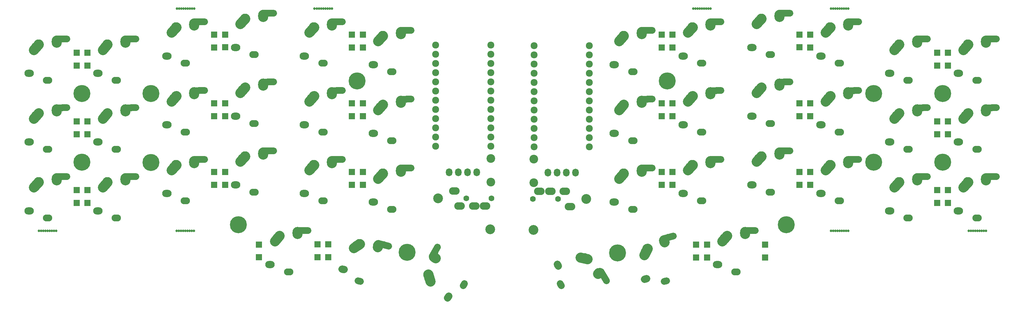
<source format=gbs>
G04 #@! TF.GenerationSoftware,KiCad,Pcbnew,(5.1.4)-1*
G04 #@! TF.CreationDate,2023-05-20T18:47:32-04:00*
G04 #@! TF.ProjectId,corne-light,636f726e-652d-46c6-9967-68742e6b6963,2.0*
G04 #@! TF.SameCoordinates,Original*
G04 #@! TF.FileFunction,Soldermask,Bot*
G04 #@! TF.FilePolarity,Negative*
%FSLAX46Y46*%
G04 Gerber Fmt 4.6, Leading zero omitted, Abs format (unit mm)*
G04 Created by KiCad (PCBNEW (5.1.4)-1) date 2023-05-20 18:47:32*
%MOMM*%
%LPD*%
G04 APERTURE LIST*
%ADD10C,4.700000*%
%ADD11R,1.700000X1.800000*%
%ADD12O,1.797000X2.178000*%
%ADD13O,2.900000X2.100000*%
%ADD14C,1.600000*%
%ADD15C,2.400000*%
%ADD16C,2.700000*%
%ADD17C,2.800000*%
%ADD18C,2.800000*%
%ADD19C,1.900000*%
%ADD20C,1.900000*%
%ADD21C,2.000000*%
%ADD22C,2.000000*%
%ADD23O,2.800000X3.350000*%
%ADD24O,2.600000X2.000000*%
%ADD25O,2.600000X1.900000*%
%ADD26C,1.924000*%
%ADD27C,0.700000*%
G04 APERTURE END LIST*
D10*
X250212500Y-55426932D03*
X250212500Y-74426932D03*
X50712500Y-55445000D03*
X50712500Y-74445000D03*
D11*
X30187500Y-82141875D03*
X30187500Y-85691875D03*
X33187500Y-82145000D03*
X33187500Y-85695000D03*
X270684847Y-82145432D03*
X270684847Y-85695432D03*
X109187500Y-58145000D03*
X109187500Y-61695000D03*
X191684847Y-58145432D03*
X191684847Y-61695432D03*
X194684847Y-58145432D03*
X194684847Y-61695432D03*
X229684847Y-58140432D03*
X229684847Y-61690432D03*
X232684847Y-58145432D03*
X232684847Y-61695432D03*
X267684847Y-63145432D03*
X267684847Y-66695432D03*
X270684847Y-63145432D03*
X270684847Y-66695432D03*
X191684847Y-39145432D03*
X191684847Y-42695432D03*
X194684847Y-39145432D03*
X194684847Y-42695432D03*
X229684847Y-39140432D03*
X229684847Y-42690432D03*
X232684847Y-39145432D03*
X232684847Y-42695432D03*
X267684847Y-44145432D03*
X267684847Y-47695432D03*
X270684847Y-44145432D03*
X270684847Y-47695432D03*
X201194847Y-97140432D03*
X201194847Y-100690432D03*
X204194847Y-97140432D03*
X204194847Y-100690432D03*
X220184847Y-97155432D03*
X220184847Y-100705432D03*
X191684847Y-77145432D03*
X191684847Y-80695432D03*
X194684847Y-77145432D03*
X194684847Y-80695432D03*
X229684847Y-77140432D03*
X229684847Y-80690432D03*
X232684847Y-77145432D03*
X232684847Y-80695432D03*
X267684847Y-82145432D03*
X267684847Y-85695432D03*
X30187500Y-44141875D03*
X30187500Y-47691875D03*
X33187500Y-44145000D03*
X33187500Y-47695000D03*
X68187500Y-39145000D03*
X68187500Y-42695000D03*
X71187500Y-39140000D03*
X71187500Y-42690000D03*
X106187500Y-39145000D03*
X106187500Y-42695000D03*
X109187500Y-39145000D03*
X109187500Y-42695000D03*
X30187500Y-63141875D03*
X30187500Y-66691875D03*
X33187500Y-63145000D03*
X33187500Y-66695000D03*
X68187500Y-58145000D03*
X68187500Y-61695000D03*
X71187500Y-58140000D03*
X71187500Y-61690000D03*
X106187500Y-58145000D03*
X106187500Y-61695000D03*
X68187500Y-77145000D03*
X68187500Y-80695000D03*
X71187500Y-77140000D03*
X71187500Y-80690000D03*
X106187500Y-77145000D03*
X106187500Y-80695000D03*
X109187500Y-77145000D03*
X109187500Y-80695000D03*
X80507500Y-97135000D03*
X80507500Y-100685000D03*
X96687500Y-97130000D03*
X96687500Y-100680000D03*
X99687500Y-97130000D03*
X99687500Y-100680000D03*
D12*
X167877500Y-77310000D03*
X165337500Y-77310000D03*
X162797500Y-77310000D03*
X160257500Y-77310000D03*
X140648500Y-77168000D03*
X138108500Y-77168000D03*
X135568500Y-77168000D03*
X133028500Y-77168000D03*
D13*
X166407847Y-86665432D03*
X164907847Y-82465432D03*
X160907847Y-82465432D03*
X157907847Y-82465432D03*
D14*
X163107847Y-84565432D03*
X156107847Y-84565432D03*
D13*
X134414500Y-82332000D03*
X135914500Y-86532000D03*
X139914500Y-86532000D03*
X142914500Y-86532000D03*
D14*
X137714500Y-84432000D03*
X144714500Y-84432000D03*
D15*
X156374847Y-73567432D03*
X156374847Y-80067432D03*
X144504500Y-73421000D03*
X144504500Y-79921000D03*
D16*
X170889847Y-84542432D03*
X156330847Y-93085432D03*
X144376500Y-92940000D03*
X129944500Y-84419000D03*
D10*
X269195847Y-74426932D03*
X269195847Y-55426932D03*
X226055847Y-91696932D03*
X179485847Y-99446932D03*
X193235847Y-51936932D03*
X121405500Y-99300000D03*
X74839500Y-91685500D03*
X31695500Y-55420500D03*
X107650500Y-51930500D03*
X31695500Y-74420500D03*
D17*
X170221360Y-100937447D03*
D18*
X171199508Y-101145359D02*
X169243212Y-100729535D01*
D17*
X174341769Y-105060496D03*
D18*
X174579926Y-104922996D02*
X174103612Y-105197996D01*
D17*
X171148949Y-101130368D03*
D19*
X175682996Y-105902767D03*
D20*
X174947065Y-104653405D02*
X176418927Y-107152129D01*
D21*
X163007348Y-102828702D03*
D22*
X162857348Y-102568894D02*
X163157348Y-103088510D01*
D19*
X163825297Y-108245432D03*
D20*
X163650297Y-107942323D02*
X164000297Y-108548541D01*
D17*
X127520118Y-106359840D03*
D18*
X127211101Y-105408783D02*
X127829135Y-107310897D01*
D17*
X129030578Y-100729936D03*
D18*
X128792421Y-100592436D02*
X129268735Y-100867436D01*
D17*
X127223398Y-105460064D03*
D19*
X129089393Y-99147264D03*
D20*
X128375379Y-100409280D02*
X129803407Y-97885248D01*
D21*
X132764999Y-111661730D03*
D22*
X132614999Y-111921538D02*
X132914999Y-111401922D01*
D19*
X137047050Y-108245000D03*
D20*
X136872050Y-108548109D02*
X137222050Y-107941891D01*
D17*
X114056631Y-78251855D03*
D18*
X114725762Y-77508710D02*
X113387500Y-78995000D01*
D23*
X119687500Y-76745000D03*
D17*
X114687500Y-77545000D03*
D19*
X121087542Y-76004599D03*
D20*
X119637597Y-76017252D02*
X122537487Y-75991946D01*
D24*
X112087500Y-85445000D03*
D25*
X117187500Y-87445000D03*
D17*
X199553978Y-56877287D03*
D18*
X200223109Y-56134142D02*
X198884847Y-57620432D01*
D23*
X205184847Y-55370432D03*
D17*
X200184847Y-56170432D03*
D19*
X206584889Y-54630031D03*
D20*
X205134944Y-54642684D02*
X208034834Y-54617378D01*
D24*
X197584847Y-64070432D03*
D25*
X202684847Y-66070432D03*
D17*
X95056631Y-56876855D03*
D18*
X95725762Y-56133710D02*
X94387500Y-57620000D01*
D23*
X100687500Y-55370000D03*
D17*
X95687500Y-56170000D03*
D19*
X102087542Y-54629599D03*
D20*
X100637597Y-54642252D02*
X103537487Y-54616946D01*
D24*
X93087500Y-64070000D03*
D25*
X98187500Y-66070000D03*
D17*
X180553978Y-59252287D03*
D18*
X181223109Y-58509142D02*
X179884847Y-59995432D01*
D23*
X186184847Y-57745432D03*
D17*
X181184847Y-58545432D03*
D19*
X187584889Y-57005031D03*
D20*
X186134944Y-57017684D02*
X189034834Y-56992378D01*
D24*
X178584847Y-66445432D03*
D25*
X183684847Y-68445432D03*
D17*
X187308330Y-99174827D03*
D18*
X187762320Y-98283820D02*
X186854340Y-100065834D01*
D17*
X192357330Y-96261940D03*
D18*
X192286155Y-95996310D02*
X192428505Y-96527570D01*
D17*
X187734756Y-98328776D03*
D19*
X193518037Y-95184410D03*
D20*
X192120773Y-95571906D02*
X194915301Y-94796914D01*
D21*
X187268020Y-106632520D03*
D22*
X186978242Y-106710166D02*
X187557798Y-106554874D01*
D19*
X192711879Y-107244394D03*
D20*
X192373805Y-107334981D02*
X193049953Y-107153807D01*
D17*
X38056631Y-61626855D03*
D18*
X38725762Y-60883710D02*
X37387500Y-62370000D01*
D23*
X43687500Y-60120000D03*
D17*
X38687500Y-60920000D03*
D19*
X45087542Y-59379599D03*
D20*
X43637597Y-59392252D02*
X46537487Y-59366946D01*
D24*
X36087500Y-68820000D03*
D25*
X41187500Y-70820000D03*
D17*
X19056631Y-61626855D03*
D18*
X19725762Y-60883710D02*
X18387500Y-62370000D01*
D23*
X24687500Y-60120000D03*
D17*
X19687500Y-60920000D03*
D19*
X26087542Y-59379599D03*
D20*
X24637597Y-59392252D02*
X27537487Y-59366946D01*
D24*
X17087500Y-68820000D03*
D25*
X22187500Y-70820000D03*
D17*
X19056631Y-42626855D03*
D18*
X19725762Y-41883710D02*
X18387500Y-43370000D01*
D23*
X24687500Y-41120000D03*
D17*
X19687500Y-41920000D03*
D19*
X26087542Y-40379599D03*
D20*
X24637597Y-40392252D02*
X27537487Y-40366946D01*
D24*
X17087500Y-49820000D03*
D25*
X22187500Y-51820000D03*
D17*
X38056631Y-42626855D03*
D18*
X38725762Y-41883710D02*
X37387500Y-43370000D01*
D23*
X43687500Y-41120000D03*
D17*
X38687500Y-41920000D03*
D19*
X45087542Y-40379599D03*
D20*
X43637597Y-40392252D02*
X46537487Y-40366946D01*
D24*
X36087500Y-49820000D03*
D25*
X41187500Y-51820000D03*
D17*
X218553978Y-73502287D03*
D18*
X219223109Y-72759142D02*
X217884847Y-74245432D01*
D23*
X224184847Y-71995432D03*
D17*
X219184847Y-72795432D03*
D19*
X225584889Y-71255031D03*
D20*
X224134944Y-71267684D02*
X227034834Y-71242378D01*
D24*
X216584847Y-80695432D03*
D25*
X221684847Y-82695432D03*
D17*
X57056631Y-56876855D03*
D18*
X57725762Y-56133710D02*
X56387500Y-57620000D01*
D23*
X62687500Y-55370000D03*
D17*
X57687500Y-56170000D03*
D19*
X64087542Y-54629599D03*
D20*
X62637597Y-54642252D02*
X65537487Y-54616946D01*
D24*
X55087500Y-64070000D03*
D25*
X60187500Y-66070000D03*
D17*
X199553978Y-37877287D03*
D18*
X200223109Y-37134142D02*
X198884847Y-38620432D01*
D23*
X205184847Y-36370432D03*
D17*
X200184847Y-37170432D03*
D19*
X206584889Y-35630031D03*
D20*
X205134944Y-35642684D02*
X208034834Y-35617378D01*
D24*
X197584847Y-45070432D03*
D25*
X202684847Y-47070432D03*
D17*
X57056631Y-37876855D03*
D18*
X57725762Y-37133710D02*
X56387500Y-38620000D01*
D23*
X62687500Y-36370000D03*
D17*
X57687500Y-37170000D03*
D19*
X64087542Y-35629599D03*
D20*
X62637597Y-35642252D02*
X65537487Y-35616946D01*
D24*
X55087500Y-45070000D03*
D25*
X60187500Y-47070000D03*
D17*
X38056631Y-80626855D03*
D18*
X38725762Y-79883710D02*
X37387500Y-81370000D01*
D23*
X43687500Y-79120000D03*
D17*
X38687500Y-79920000D03*
D19*
X45087542Y-78379599D03*
D20*
X43637597Y-78392252D02*
X46537487Y-78366946D01*
D24*
X36087500Y-87820000D03*
D25*
X41187500Y-89820000D03*
D17*
X180553978Y-40252287D03*
D18*
X181223109Y-39509142D02*
X179884847Y-40995432D01*
D23*
X186184847Y-38745432D03*
D17*
X181184847Y-39545432D03*
D19*
X187584889Y-38005031D03*
D20*
X186134944Y-38017684D02*
X189034834Y-37992378D01*
D24*
X178584847Y-47445432D03*
D25*
X183684847Y-49445432D03*
D17*
X114056631Y-59251855D03*
D18*
X114725762Y-58508710D02*
X113387500Y-59995000D01*
D23*
X119687500Y-57745000D03*
D17*
X114687500Y-58545000D03*
D19*
X121087542Y-57004599D03*
D20*
X119637597Y-57017252D02*
X122537487Y-56991946D01*
D24*
X112087500Y-66445000D03*
D25*
X117187500Y-68445000D03*
D17*
X107515641Y-97553738D03*
D18*
X108354312Y-97009099D02*
X106676970Y-98098377D01*
D17*
X113344646Y-97555604D03*
D18*
X113415821Y-97289974D02*
X113273471Y-97821234D01*
D17*
X108307962Y-97034249D03*
D19*
X114888613Y-97202789D03*
D20*
X113484799Y-96839738D02*
X116292427Y-97565840D01*
D21*
X103751884Y-103992134D03*
D22*
X103462106Y-103914488D02*
X104041662Y-104069780D01*
D19*
X108160468Y-107243962D03*
D20*
X107822394Y-107153375D02*
X108498542Y-107334549D01*
D17*
X76056631Y-54501855D03*
D18*
X76725762Y-53758710D02*
X75387500Y-55245000D01*
D23*
X81687500Y-52995000D03*
D17*
X76687500Y-53795000D03*
D19*
X83087542Y-52254599D03*
D20*
X81637597Y-52267252D02*
X84537487Y-52241946D01*
D24*
X74087500Y-61695000D03*
D25*
X79187500Y-63695000D03*
D17*
X57056631Y-75876855D03*
D18*
X57725762Y-75133710D02*
X56387500Y-76620000D01*
D23*
X62687500Y-74370000D03*
D17*
X57687500Y-75170000D03*
D19*
X64087542Y-73629599D03*
D20*
X62637597Y-73642252D02*
X65537487Y-73616946D01*
D24*
X55087500Y-83070000D03*
D25*
X60187500Y-85070000D03*
D17*
X76056631Y-73501855D03*
D18*
X76725762Y-72758710D02*
X75387500Y-74245000D01*
D23*
X81687500Y-71995000D03*
D17*
X76687500Y-72795000D03*
D19*
X83087542Y-71254599D03*
D20*
X81637597Y-71267252D02*
X84537487Y-71241946D01*
D24*
X74087500Y-80695000D03*
D25*
X79187500Y-82695000D03*
D17*
X95056631Y-75876855D03*
D18*
X95725762Y-75133710D02*
X94387500Y-76620000D01*
D23*
X100687500Y-74370000D03*
D17*
X95687500Y-75170000D03*
D19*
X102087542Y-73629599D03*
D20*
X100637597Y-73642252D02*
X103537487Y-73616946D01*
D24*
X93087500Y-83070000D03*
D25*
X98187500Y-85070000D03*
D17*
X85556631Y-95501855D03*
D18*
X86225762Y-94758710D02*
X84887500Y-96245000D01*
D23*
X91187500Y-93995000D03*
D17*
X86187500Y-94795000D03*
D19*
X92587542Y-93254599D03*
D20*
X91137597Y-93267252D02*
X94037487Y-93241946D01*
D24*
X83587500Y-102695000D03*
D25*
X88687500Y-104695000D03*
D17*
X19056631Y-80626855D03*
D18*
X19725762Y-79883710D02*
X18387500Y-81370000D01*
D23*
X24687500Y-79120000D03*
D17*
X19687500Y-79920000D03*
D19*
X26087542Y-78379599D03*
D20*
X24637597Y-78392252D02*
X27537487Y-78366946D01*
D24*
X17087500Y-87820000D03*
D25*
X22187500Y-89820000D03*
D17*
X180553978Y-78252287D03*
D18*
X181223109Y-77509142D02*
X179884847Y-78995432D01*
D23*
X186184847Y-76745432D03*
D17*
X181184847Y-77545432D03*
D19*
X187584889Y-76005031D03*
D20*
X186134944Y-76017684D02*
X189034834Y-75992378D01*
D24*
X178584847Y-85445432D03*
D25*
X183684847Y-87445432D03*
D17*
X275553978Y-61627287D03*
D18*
X276223109Y-60884142D02*
X274884847Y-62370432D01*
D23*
X281184847Y-60120432D03*
D17*
X276184847Y-60920432D03*
D19*
X282584889Y-59380031D03*
D20*
X281134944Y-59392684D02*
X284034834Y-59367378D01*
D24*
X273584847Y-68820432D03*
D25*
X278684847Y-70820432D03*
D17*
X256553978Y-42627287D03*
D18*
X257223109Y-41884142D02*
X255884847Y-43370432D01*
D23*
X262184847Y-41120432D03*
D17*
X257184847Y-41920432D03*
D19*
X263584889Y-40380031D03*
D20*
X262134944Y-40392684D02*
X265034834Y-40367378D01*
D24*
X254584847Y-49820432D03*
D25*
X259684847Y-51820432D03*
D17*
X209053978Y-95502287D03*
D18*
X209723109Y-94759142D02*
X208384847Y-96245432D01*
D23*
X214684847Y-93995432D03*
D17*
X209684847Y-94795432D03*
D19*
X216084889Y-93255031D03*
D20*
X214634944Y-93267684D02*
X217534834Y-93242378D01*
D24*
X207084847Y-102695432D03*
D25*
X212184847Y-104695432D03*
D17*
X199553978Y-75877287D03*
D18*
X200223109Y-75134142D02*
X198884847Y-76620432D01*
D23*
X205184847Y-74370432D03*
D17*
X200184847Y-75170432D03*
D19*
X206584889Y-73630031D03*
D20*
X205134944Y-73642684D02*
X208034834Y-73617378D01*
D24*
X197584847Y-83070432D03*
D25*
X202684847Y-85070432D03*
D17*
X237553978Y-75877287D03*
D18*
X238223109Y-75134142D02*
X236884847Y-76620432D01*
D23*
X243184847Y-74370432D03*
D17*
X238184847Y-75170432D03*
D19*
X244584889Y-73630031D03*
D20*
X243134944Y-73642684D02*
X246034834Y-73617378D01*
D24*
X235584847Y-83070432D03*
D25*
X240684847Y-85070432D03*
D17*
X256553978Y-80627287D03*
D18*
X257223109Y-79884142D02*
X255884847Y-81370432D01*
D23*
X262184847Y-79120432D03*
D17*
X257184847Y-79920432D03*
D19*
X263584889Y-78380031D03*
D20*
X262134944Y-78392684D02*
X265034834Y-78367378D01*
D24*
X254584847Y-87820432D03*
D25*
X259684847Y-89820432D03*
D17*
X275553978Y-80627287D03*
D18*
X276223109Y-79884142D02*
X274884847Y-81370432D01*
D23*
X281184847Y-79120432D03*
D17*
X276184847Y-79920432D03*
D19*
X282584889Y-78380031D03*
D20*
X281134944Y-78392684D02*
X284034834Y-78367378D01*
D24*
X273584847Y-87820432D03*
D25*
X278684847Y-89820432D03*
D17*
X218553978Y-54502287D03*
D18*
X219223109Y-53759142D02*
X217884847Y-55245432D01*
D23*
X224184847Y-52995432D03*
D17*
X219184847Y-53795432D03*
D19*
X225584889Y-52255031D03*
D20*
X224134944Y-52267684D02*
X227034834Y-52242378D01*
D24*
X216584847Y-61695432D03*
D25*
X221684847Y-63695432D03*
D17*
X237553978Y-56877287D03*
D18*
X238223109Y-56134142D02*
X236884847Y-57620432D01*
D23*
X243184847Y-55370432D03*
D17*
X238184847Y-56170432D03*
D19*
X244584889Y-54630031D03*
D20*
X243134944Y-54642684D02*
X246034834Y-54617378D01*
D24*
X235584847Y-64070432D03*
D25*
X240684847Y-66070432D03*
D17*
X256553978Y-61627287D03*
D18*
X257223109Y-60884142D02*
X255884847Y-62370432D01*
D23*
X262184847Y-60120432D03*
D17*
X257184847Y-60920432D03*
D19*
X263584889Y-59380031D03*
D20*
X262134944Y-59392684D02*
X265034834Y-59367378D01*
D24*
X254584847Y-68820432D03*
D25*
X259684847Y-70820432D03*
D17*
X218553978Y-35502287D03*
D18*
X219223109Y-34759142D02*
X217884847Y-36245432D01*
D23*
X224184847Y-33995432D03*
D17*
X219184847Y-34795432D03*
D19*
X225584889Y-33255031D03*
D20*
X224134944Y-33267684D02*
X227034834Y-33242378D01*
D24*
X216584847Y-42695432D03*
D25*
X221684847Y-44695432D03*
D17*
X237553978Y-37877287D03*
D18*
X238223109Y-37134142D02*
X236884847Y-38620432D01*
D23*
X243184847Y-36370432D03*
D17*
X238184847Y-37170432D03*
D19*
X244584889Y-35630031D03*
D20*
X243134944Y-35642684D02*
X246034834Y-35617378D01*
D24*
X235584847Y-45070432D03*
D25*
X240684847Y-47070432D03*
D17*
X275553978Y-42627287D03*
D18*
X276223109Y-41884142D02*
X274884847Y-43370432D01*
D23*
X281184847Y-41120432D03*
D17*
X276184847Y-41920432D03*
D19*
X282584889Y-40380031D03*
D20*
X281134944Y-40392684D02*
X284034834Y-40367378D01*
D24*
X273584847Y-49820432D03*
D25*
X278684847Y-51820432D03*
D17*
X76056631Y-35501855D03*
D18*
X76725762Y-34758710D02*
X75387500Y-36245000D01*
D23*
X81687500Y-33995000D03*
D17*
X76687500Y-34795000D03*
D19*
X83087542Y-33254599D03*
D20*
X81637597Y-33267252D02*
X84537487Y-33241946D01*
D24*
X74087500Y-42695000D03*
D25*
X79187500Y-44695000D03*
D17*
X95056631Y-37876855D03*
D18*
X95725762Y-37133710D02*
X94387500Y-38620000D01*
D23*
X100687500Y-36370000D03*
D17*
X95687500Y-37170000D03*
D19*
X102087542Y-35629599D03*
D20*
X100637597Y-35642252D02*
X103537487Y-35616946D01*
D24*
X93087500Y-45070000D03*
D25*
X98187500Y-47070000D03*
D17*
X114056631Y-40251855D03*
D18*
X114725762Y-39508710D02*
X113387500Y-40995000D01*
D23*
X119687500Y-38745000D03*
D17*
X114687500Y-39545000D03*
D19*
X121087542Y-38004599D03*
D20*
X119637597Y-38017252D02*
X122537487Y-37991946D01*
D24*
X112087500Y-47445000D03*
D25*
X117187500Y-49445000D03*
D26*
X156454247Y-42208432D03*
X156454247Y-44748432D03*
X156454247Y-47288432D03*
X156454247Y-49828432D03*
X156454247Y-52368432D03*
X156454247Y-54908432D03*
X156454247Y-57448432D03*
X156454247Y-59988432D03*
X156454247Y-62528432D03*
X156454247Y-65068432D03*
X156454247Y-67608432D03*
X156454247Y-70148432D03*
X171674247Y-70148432D03*
X171674247Y-67608432D03*
X171674247Y-65068432D03*
X171674247Y-62528432D03*
X171674247Y-59988432D03*
X171674247Y-57448432D03*
X171674247Y-54908432D03*
X171674247Y-52368432D03*
X171674247Y-49828432D03*
X171674247Y-47288432D03*
X171674247Y-44748432D03*
X171674247Y-42208432D03*
X129283900Y-42082000D03*
X129283900Y-44622000D03*
X129283900Y-47162000D03*
X129283900Y-49702000D03*
X129283900Y-52242000D03*
X129283900Y-54782000D03*
X129283900Y-57322000D03*
X129283900Y-59862000D03*
X129283900Y-62402000D03*
X129283900Y-64942000D03*
X129283900Y-67482000D03*
X129283900Y-70022000D03*
X144503900Y-70022000D03*
X144503900Y-67482000D03*
X144503900Y-64942000D03*
X144503900Y-62402000D03*
X144503900Y-59862000D03*
X144503900Y-57322000D03*
X144503900Y-54782000D03*
X144503900Y-52242000D03*
X144503900Y-49702000D03*
X144503900Y-47162000D03*
X144503900Y-44622000D03*
X144503900Y-42082000D03*
D27*
X239640000Y-93390000D03*
X238452500Y-93390000D03*
X240233750Y-93390000D03*
X239046250Y-93390000D03*
X243202500Y-93390000D03*
X242608750Y-93390000D03*
X242015000Y-93390000D03*
X241421250Y-93390000D03*
X240827500Y-93390000D03*
X277640000Y-93390000D03*
X276452500Y-93390000D03*
X278233750Y-93390000D03*
X277046250Y-93390000D03*
X281202500Y-93390000D03*
X280608750Y-93390000D03*
X280015000Y-93390000D03*
X279421250Y-93390000D03*
X278827500Y-93390000D03*
X239610000Y-31970000D03*
X238422500Y-31970000D03*
X240203750Y-31970000D03*
X239016250Y-31970000D03*
X243172500Y-31970000D03*
X242578750Y-31970000D03*
X241985000Y-31970000D03*
X241391250Y-31970000D03*
X240797500Y-31970000D03*
X201590000Y-31980000D03*
X200402500Y-31980000D03*
X202183750Y-31980000D03*
X200996250Y-31980000D03*
X205152500Y-31980000D03*
X204558750Y-31980000D03*
X203965000Y-31980000D03*
X203371250Y-31980000D03*
X202777500Y-31980000D03*
X97070000Y-31970000D03*
X95882500Y-31970000D03*
X97663750Y-31970000D03*
X96476250Y-31970000D03*
X100632500Y-31970000D03*
X100038750Y-31970000D03*
X99445000Y-31970000D03*
X98851250Y-31970000D03*
X98257500Y-31970000D03*
X59100000Y-31970000D03*
X57912500Y-31970000D03*
X59693750Y-31970000D03*
X58506250Y-31970000D03*
X62662500Y-31970000D03*
X62068750Y-31970000D03*
X61475000Y-31970000D03*
X60881250Y-31970000D03*
X60287500Y-31970000D03*
X58997000Y-93380000D03*
X57809500Y-93380000D03*
X59590750Y-93380000D03*
X58403250Y-93380000D03*
X62559500Y-93380000D03*
X61965750Y-93380000D03*
X61372000Y-93380000D03*
X60778250Y-93380000D03*
X60184500Y-93380000D03*
X21008750Y-93380000D03*
X19821250Y-93380000D03*
X21602500Y-93380000D03*
X20415000Y-93380000D03*
X24571250Y-93380000D03*
X23977500Y-93380000D03*
X23383750Y-93380000D03*
X22790000Y-93380000D03*
X22196250Y-93380000D03*
M02*

</source>
